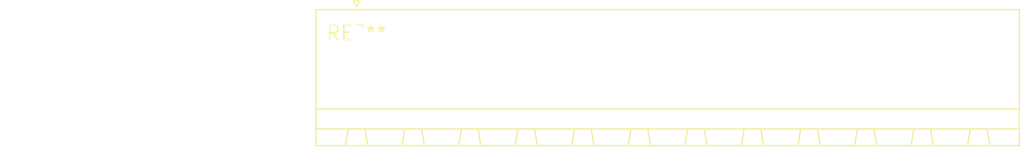
<source format=kicad_pcb>
(kicad_pcb (version 20240108) (generator pcbnew)
  (layers (0 "F.Cu" signal) (31 "B.Cu" signal) (34 "B.Paste" user) (35 "F.Paste" user) (36 "B.SilkS" user "B.Silkscreen") (37 "F.SilkS" user "F.Silkscreen") (38 "B.Mask" user) (39 "F.Mask" user) (44 "Edge.Cuts" user))
  (net 0 "")
  (footprint "PhoenixContact_MSTBA_2,5_12-G-5,08_1x12_P5.08mm_Horizontal" (layer "F.Cu") (at 0 0)
    (property "Reference" "REF**")
    (property "Value" "PhoenixContact_MSTBA_2,5_12-G-5,08_1x12_P5.08mm_Horizontal")
    (fp_line (start -3.65 -2.11) (end -3.65 10.11) (layer "F.SilkS") (stroke (width 0.12)))
    (fp_line (start -3.65 6.81) (end 59.53 6.81) (layer "F.SilkS") (stroke (width 0.12)))
    (fp_line (start -3.65 8.61) (end -3.65 6.81) (layer "F.SilkS") (stroke (width 0.12)))
    (fp_line (start -3.65 10.11) (end 59.53 10.11) (layer "F.SilkS") (stroke (width 0.12)))
    (fp_line (start -1 10.11) (end 1 10.11) (layer "F.SilkS") (stroke (width 0.12)))
    (fp_line (start -0.75 8.61) (end -1 10.11) (layer "F.SilkS") (stroke (width 0.12)))
    (fp_line (start -0.3 -2.91) (end 0.3 -2.91) (layer "F.SilkS") (stroke (width 0.12)))
    (fp_line (start 0 -2.31) (end -0.3 -2.91) (layer "F.SilkS") (stroke (width 0.12)))
    (fp_line (start 0.3 -2.91) (end 0 -2.31) (layer "F.SilkS") (stroke (width 0.12)))
    (fp_line (start 0.75 8.61) (end -0.75 8.61) (layer "F.SilkS") (stroke (width 0.12)))
    (fp_line (start 1 10.11) (end 0.75 8.61) (layer "F.SilkS") (stroke (width 0.12)))
    (fp_line (start 4.08 10.11) (end 6.08 10.11) (layer "F.SilkS") (stroke (width 0.12)))
    (fp_line (start 4.33 8.61) (end 4.08 10.11) (layer "F.SilkS") (stroke (width 0.12)))
    (fp_line (start 5.83 8.61) (end 4.33 8.61) (layer "F.SilkS") (stroke (width 0.12)))
    (fp_line (start 6.08 10.11) (end 5.83 8.61) (layer "F.SilkS") (stroke (width 0.12)))
    (fp_line (start 9.16 10.11) (end 11.16 10.11) (layer "F.SilkS") (stroke (width 0.12)))
    (fp_line (start 9.41 8.61) (end 9.16 10.11) (layer "F.SilkS") (stroke (width 0.12)))
    (fp_line (start 10.91 8.61) (end 9.41 8.61) (layer "F.SilkS") (stroke (width 0.12)))
    (fp_line (start 11.16 10.11) (end 10.91 8.61) (layer "F.SilkS") (stroke (width 0.12)))
    (fp_line (start 14.24 10.11) (end 16.24 10.11) (layer "F.SilkS") (stroke (width 0.12)))
    (fp_line (start 14.49 8.61) (end 14.24 10.11) (layer "F.SilkS") (stroke (width 0.12)))
    (fp_line (start 15.99 8.61) (end 14.49 8.61) (layer "F.SilkS") (stroke (width 0.12)))
    (fp_line (start 16.24 10.11) (end 15.99 8.61) (layer "F.SilkS") (stroke (width 0.12)))
    (fp_line (start 19.32 10.11) (end 21.32 10.11) (layer "F.SilkS") (stroke (width 0.12)))
    (fp_line (start 19.57 8.61) (end 19.32 10.11) (layer "F.SilkS") (stroke (width 0.12)))
    (fp_line (start 21.07 8.61) (end 19.57 8.61) (layer "F.SilkS") (stroke (width 0.12)))
    (fp_line (start 21.32 10.11) (end 21.07 8.61) (layer "F.SilkS") (stroke (width 0.12)))
    (fp_line (start 24.4 10.11) (end 26.4 10.11) (layer "F.SilkS") (stroke (width 0.12)))
    (fp_line (start 24.65 8.61) (end 24.4 10.11) (layer "F.SilkS") (stroke (width 0.12)))
    (fp_line (start 26.15 8.61) (end 24.65 8.61) (layer "F.SilkS") (stroke (width 0.12)))
    (fp_line (start 26.4 10.11) (end 26.15 8.61) (layer "F.SilkS") (stroke (width 0.12)))
    (fp_line (start 29.48 10.11) (end 31.48 10.11) (layer "F.SilkS") (stroke (width 0.12)))
    (fp_line (start 29.73 8.61) (end 29.48 10.11) (layer "F.SilkS") (stroke (width 0.12)))
    (fp_line (start 31.23 8.61) (end 29.73 8.61) (layer "F.SilkS") (stroke (width 0.12)))
    (fp_line (start 31.48 10.11) (end 31.23 8.61) (layer "F.SilkS") (stroke (width 0.12)))
    (fp_line (start 34.56 10.11) (end 36.56 10.11) (layer "F.SilkS") (stroke (width 0.12)))
    (fp_line (start 34.81 8.61) (end 34.56 10.11) (layer "F.SilkS") (stroke (width 0.12)))
    (fp_line (start 36.31 8.61) (end 34.81 8.61) (layer "F.SilkS") (stroke (width 0.12)))
    (fp_line (start 36.56 10.11) (end 36.31 8.61) (layer "F.SilkS") (stroke (width 0.12)))
    (fp_line (start 39.64 10.11) (end 41.64 10.11) (layer "F.SilkS") (stroke (width 0.12)))
    (fp_line (start 39.89 8.61) (end 39.64 10.11) (layer "F.SilkS") (stroke (width 0.12)))
    (fp_line (start 41.39 8.61) (end 39.89 8.61) (layer "F.SilkS") (stroke (width 0.12)))
    (fp_line (start 41.64 10.11) (end 41.39 8.61) (layer "F.SilkS") (stroke (width 0.12)))
    (fp_line (start 44.72 10.11) (end 46.72 10.11) (layer "F.SilkS") (stroke (width 0.12)))
    (fp_line (start 44.97 8.61) (end 44.72 10.11) (layer "F.SilkS") (stroke (width 0.12)))
    (fp_line (start 46.47 8.61) (end 44.97 8.61) (layer "F.SilkS") (stroke (width 0.12)))
    (fp_line (start 46.72 10.11) (end 46.47 8.61) (layer "F.SilkS") (stroke (width 0.12)))
    (fp_line (start 49.8 10.11) (end 51.8 10.11) (layer "F.SilkS") (stroke (width 0.12)))
    (fp_line (start 50.05 8.61) (end 49.8 10.11) (layer "F.SilkS") (stroke (width 0.12)))
    (fp_line (start 51.55 8.61) (end 50.05 8.61) (layer "F.SilkS") (stroke (width 0.12)))
    (fp_line (start 51.8 10.11) (end 51.55 8.61) (layer "F.SilkS") (stroke (width 0.12)))
    (fp_line (start 54.88 10.11) (end 56.88 10.11) (layer "F.SilkS") (stroke (width 0.12)))
    (fp_line (start 55.13 8.61) (end 54.88 10.11) (layer "F.SilkS") (stroke (width 0.12)))
    (fp_line (start 56.63 8.61) (end 55.13 8.61) (layer "F.SilkS") (stroke (width 0.12)))
    (fp_line (start 56.88 10.11) (end 56.63 8.61) (layer "F.SilkS") (stroke (width 0.12)))
    (fp_line (start 59.53 -2.11) (end -3.65 -2.11) (layer "F.SilkS") (stroke (width 0.12)))
    (fp_line (start 59.53 6.81) (end 59.53 8.61) (layer "F.SilkS") (stroke (width 0.12)))
    (fp_line (start 59.53 8.61) (end -3.65 8.61) (layer "F.SilkS") (stroke (width 0.12)))
    (fp_line (start 59.53 10.11) (end 59.53 -2.11) (layer "F.SilkS") (stroke (width 0.12)))
    (pad "1" thru_hole roundrect (at 0 0) (size 2.08 3.6) (drill 1.4) (layers *.Cu *.Mask) (remove_unused_layers) (roundrect_rratio 0.120192))
    (pad "2" thru_hole oval (at 5.08 0) (size 2.08 3.6) (drill 1.4) (layers *.Cu *.Mask) (remove_unused_layers))
    (pad "3" thru_hole oval (at 10.16 0) (size 2.08 3.6) (drill 1.4) (layers *.Cu *.Mask) (remove_unused_layers))
    (pad "4" thru_hole oval (at 15.24 0) (size 2.08 3.6) (drill 1.4) (layers *.Cu *.Mask) (remove_unused_layers))
    (pad "5" thru_hole oval (at 20.32 0) (size 2.08 3.6) (drill 1.4) (layers *.Cu *.Mask) (remove_unused_layers))
    (pad "6" thru_hole oval (at 25.4 0) (size 2.08 3.6) (drill 1.4) (layers *.Cu *.Mask) (remove_unused_layers))
    (pad "7" thru_hole oval (at 30.48 0) (size 2.08 3.6) (drill 1.4) (layers *.Cu *.Mask) (remove_unused_layers))
    (pad "8" thru_hole oval (at 35.56 0) (size 2.08 3.6) (drill 1.4) (layers *.Cu *.Mask) (remove_unused_layers))
    (pad "9" thru_hole oval (at 40.64 0) (size 2.08 3.6) (drill 1.4) (layers *.Cu *.Mask) (remove_unused_layers))
    (pad "10" thru_hole oval (at 45.72 0) (size 2.08 3.6) (drill 1.4) (layers *.Cu *.Mask) (remove_unused_layers))
    (pad "11" thru_hole oval (at 50.8 0) (size 2.08 3.6) (drill 1.4) (layers *.Cu *.Mask) (remove_unused_layers))
    (pad "12" thru_hole oval (at 55.88 0) (size 2.08 3.6) (drill 1.4) (layers *.Cu *.Mask) (remove_unused_layers))
  )
)
</source>
